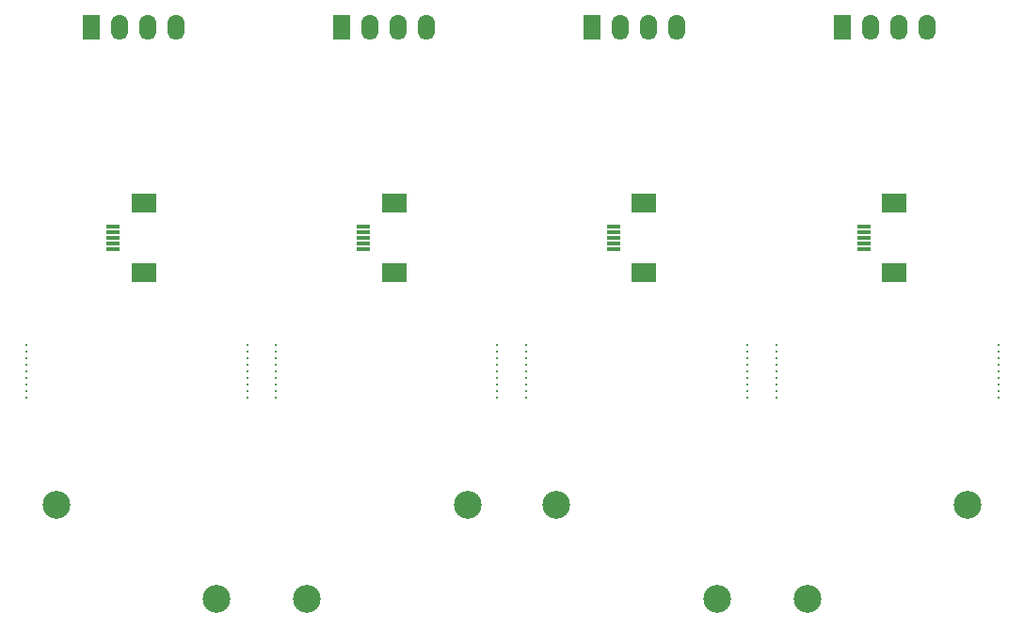
<source format=gbr>
%TF.GenerationSoftware,KiCad,Pcbnew,(5.1.10-1-10_14)*%
%TF.CreationDate,2021-07-07T01:14:00+09:00*%
%TF.ProjectId,StickPlate,53746963-6b50-46c6-9174-652e6b696361,rev?*%
%TF.SameCoordinates,Original*%
%TF.FileFunction,Soldermask,Top*%
%TF.FilePolarity,Negative*%
%FSLAX46Y46*%
G04 Gerber Fmt 4.6, Leading zero omitted, Abs format (unit mm)*
G04 Created by KiCad (PCBNEW (5.1.10-1-10_14)) date 2021-07-07 01:14:00*
%MOMM*%
%LPD*%
G01*
G04 APERTURE LIST*
%ADD10C,0.300000*%
%ADD11R,1.524000X2.286000*%
%ADD12O,1.524000X2.286000*%
%ADD13C,2.500000*%
%ADD14R,2.200000X1.800000*%
%ADD15R,1.300000X0.300000*%
G04 APERTURE END LIST*
D10*
%TO.C,REF\u002A\u002A*%
X131300000Y-105250000D03*
X131300000Y-105843750D03*
X131300000Y-106437500D03*
X131300000Y-107031250D03*
X131300000Y-107625000D03*
X131300000Y-103468750D03*
X131300000Y-104656250D03*
X131300000Y-102875000D03*
X131300000Y-104062500D03*
%TD*%
%TO.C,REF\u002A\u002A*%
X218750000Y-105250000D03*
X218750000Y-105843750D03*
X218750000Y-106437500D03*
X218750000Y-107031250D03*
X218750000Y-107625000D03*
X218750000Y-103468750D03*
X218750000Y-104656250D03*
X218750000Y-102875000D03*
X218750000Y-104062500D03*
%TD*%
%TO.C,REF\u002A\u002A*%
X198800000Y-105250000D03*
X198800000Y-105843750D03*
X198800000Y-106437500D03*
X198800000Y-107031250D03*
X198800000Y-107625000D03*
X198800000Y-103468750D03*
X198800000Y-104656250D03*
X198800000Y-102875000D03*
X198800000Y-104062500D03*
%TD*%
%TO.C,REF\u002A\u002A*%
X196200000Y-105250000D03*
X196200000Y-105843750D03*
X196200000Y-106437500D03*
X196200000Y-107031250D03*
X196200000Y-107625000D03*
X196200000Y-103468750D03*
X196200000Y-104656250D03*
X196200000Y-102875000D03*
X196200000Y-104062500D03*
%TD*%
%TO.C,REF\u002A\u002A*%
X176300000Y-105250000D03*
X176300000Y-105843750D03*
X176300000Y-106437500D03*
X176300000Y-107031250D03*
X176300000Y-107625000D03*
X176300000Y-103468750D03*
X176300000Y-104656250D03*
X176300000Y-102875000D03*
X176300000Y-104062500D03*
%TD*%
%TO.C,REF\u002A\u002A*%
X173700000Y-105250000D03*
X173700000Y-105843750D03*
X173700000Y-106437500D03*
X173700000Y-107031250D03*
X173700000Y-107625000D03*
X173700000Y-103468750D03*
X173700000Y-104656250D03*
X173700000Y-102875000D03*
X173700000Y-104062500D03*
%TD*%
%TO.C,REF\u002A\u002A*%
X151200000Y-104062500D03*
X151200000Y-102875000D03*
X151200000Y-104656250D03*
X151200000Y-103468750D03*
X151200000Y-107625000D03*
X151200000Y-107031250D03*
X151200000Y-106437500D03*
X151200000Y-105843750D03*
X151200000Y-105250000D03*
%TD*%
%TO.C,REF\u002A\u002A*%
X153800000Y-104062500D03*
X153800000Y-102875000D03*
X153800000Y-104656250D03*
X153800000Y-103468750D03*
X153800000Y-107625000D03*
X153800000Y-107031250D03*
X153800000Y-106437500D03*
X153800000Y-105843750D03*
X153800000Y-105250000D03*
%TD*%
D11*
%TO.C,J1*%
X182190000Y-74250000D03*
D12*
X184730000Y-74250000D03*
X187270000Y-74250000D03*
X189810000Y-74250000D03*
%TD*%
D13*
%TO.C,REF\u002A\u002A*%
X216000000Y-117250000D03*
%TD*%
%TO.C,REF\u002A\u002A*%
X201570000Y-125770000D03*
%TD*%
%TO.C,REF\u002A\u002A*%
X179000000Y-117250000D03*
%TD*%
D14*
%TO.C,J2*%
X209400000Y-90100000D03*
X209400000Y-96400000D03*
D15*
X206650000Y-94250000D03*
X206650000Y-93750000D03*
X206650000Y-93250000D03*
X206650000Y-92750000D03*
X206650000Y-92250000D03*
%TD*%
%TO.C,J2*%
X184150000Y-92250000D03*
X184150000Y-92750000D03*
X184150000Y-93250000D03*
X184150000Y-93750000D03*
X184150000Y-94250000D03*
D14*
X186900000Y-96400000D03*
X186900000Y-90100000D03*
%TD*%
D12*
%TO.C,J1*%
X212310000Y-74250000D03*
X209770000Y-74250000D03*
X207230000Y-74250000D03*
D11*
X204690000Y-74250000D03*
%TD*%
D13*
%TO.C,REF\u002A\u002A*%
X193430000Y-125770000D03*
%TD*%
%TO.C,REF\u002A\u002A*%
X171000000Y-117250000D03*
%TD*%
%TO.C,REF\u002A\u002A*%
X156570000Y-125770000D03*
%TD*%
D15*
%TO.C,J2*%
X161650000Y-92250000D03*
X161650000Y-92750000D03*
X161650000Y-93250000D03*
X161650000Y-93750000D03*
X161650000Y-94250000D03*
D14*
X164400000Y-96400000D03*
X164400000Y-90100000D03*
%TD*%
D11*
%TO.C,J1*%
X159690000Y-74250000D03*
D12*
X162230000Y-74250000D03*
X164770000Y-74250000D03*
X167310000Y-74250000D03*
%TD*%
D13*
%TO.C,REF\u002A\u002A*%
X148430000Y-125770000D03*
%TD*%
%TO.C,REF\u002A\u002A*%
X134000000Y-117250000D03*
%TD*%
D14*
%TO.C,J2*%
X141900000Y-90100000D03*
X141900000Y-96400000D03*
D15*
X139150000Y-94250000D03*
X139150000Y-93750000D03*
X139150000Y-93250000D03*
X139150000Y-92750000D03*
X139150000Y-92250000D03*
%TD*%
D12*
%TO.C,J1*%
X144810000Y-74250000D03*
X142270000Y-74250000D03*
X139730000Y-74250000D03*
D11*
X137190000Y-74250000D03*
%TD*%
M02*

</source>
